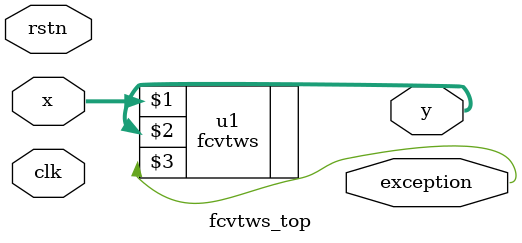
<source format=v>
module fcvtws_top
   (  input wire [31:0]  x,
      output wire [31:0] y,
      output wire        exception,
      input wire        clk,
      input wire        rstn);

   fcvtws u1(x,y,exception);

endmodule
</source>
